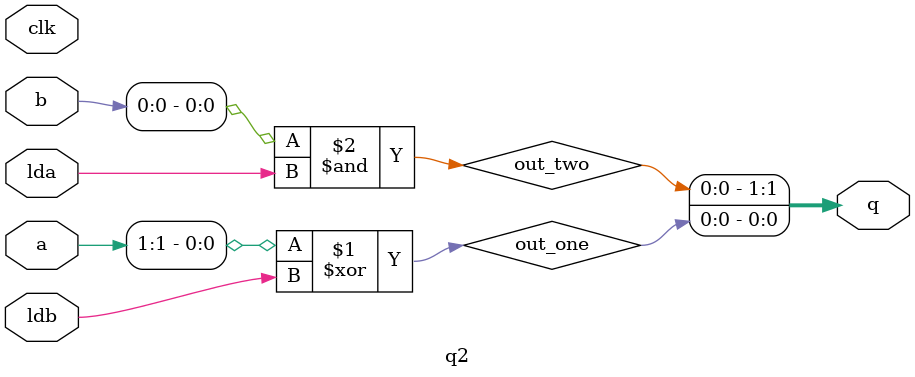
<source format=v>
module q2 (q, a, b, lda, ldb, clk);
    parameter N = 2;

    input [N-1:0] a;
    input [N-1:0] b;
    input lda, ldb, clk;
    output [N-1:0] q;
    wire out_one;
    wire out_two;

    xor (out_one, a[N-1], ldb);
    and (out_two, b[0], lda);

    buf (q[0], out_one);
    buf (q[N-1], out_two);
endmodule

</source>
